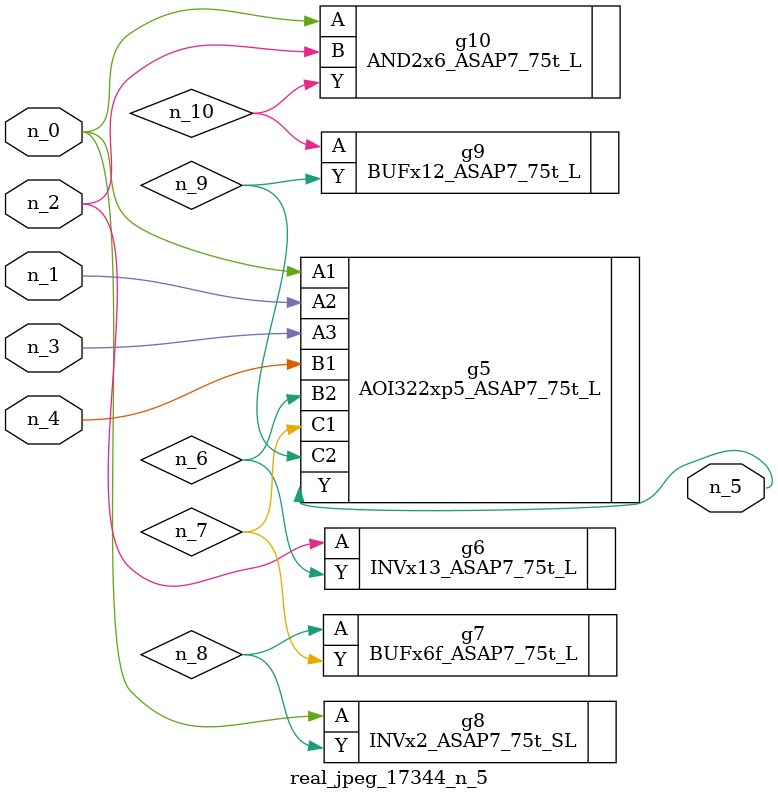
<source format=v>
module real_jpeg_17344_n_5 (n_4, n_0, n_1, n_2, n_3, n_5);

input n_4;
input n_0;
input n_1;
input n_2;
input n_3;

output n_5;

wire n_8;
wire n_6;
wire n_7;
wire n_10;
wire n_9;

AOI322xp5_ASAP7_75t_L g5 ( 
.A1(n_0),
.A2(n_1),
.A3(n_3),
.B1(n_4),
.B2(n_6),
.C1(n_7),
.C2(n_9),
.Y(n_5)
);

INVx2_ASAP7_75t_SL g8 ( 
.A(n_0),
.Y(n_8)
);

AND2x6_ASAP7_75t_L g10 ( 
.A(n_0),
.B(n_2),
.Y(n_10)
);

INVx13_ASAP7_75t_L g6 ( 
.A(n_2),
.Y(n_6)
);

BUFx6f_ASAP7_75t_L g7 ( 
.A(n_8),
.Y(n_7)
);

BUFx12_ASAP7_75t_L g9 ( 
.A(n_10),
.Y(n_9)
);


endmodule
</source>
